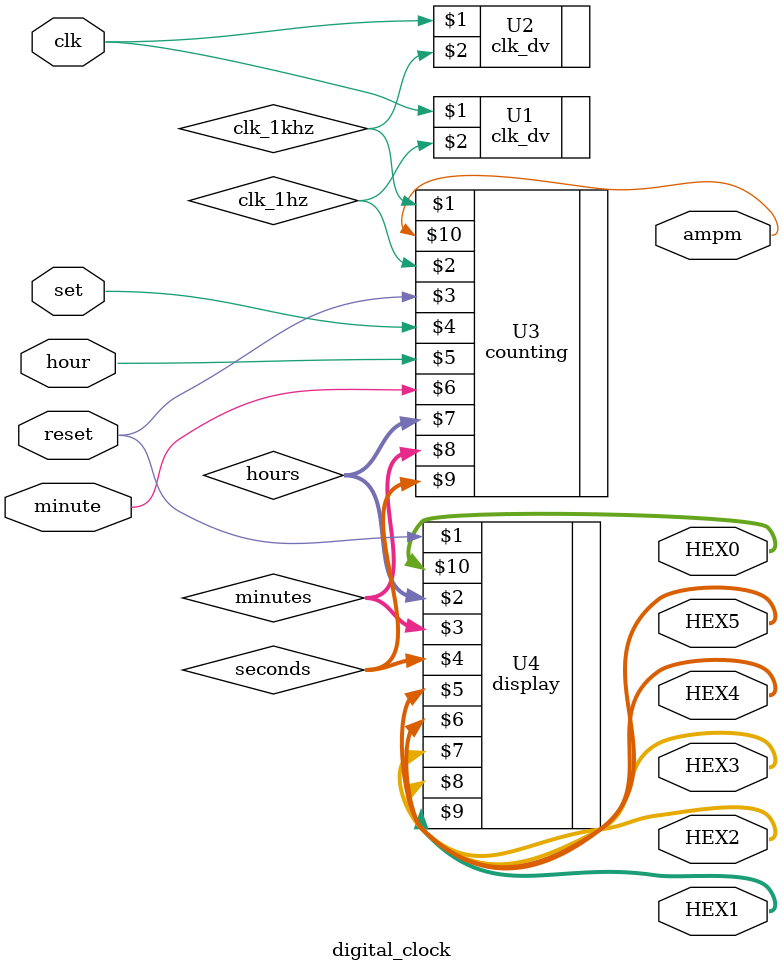
<source format=v>



module digital_clock(
	input clk, reset,
	input set, hour, minute, //[3:0]KEY,
	output [6:0] HEX5, HEX4, HEX3, HEX2, HEX1, HEX0,
	output ampm
);


	wire clk_1khz, clk_1hz;
	wire [3:0] hours;
	wire [5:0] minutes, seconds;

	clk_dv #(25000000) 	U1(clk, clk_1hz);
	clk_dv #(25000)		U2(clk, clk_1khz);
	counting 				U3(clk_1khz, clk_1hz, reset, set, hour, minute, hours, minutes, seconds, ampm);
	
	display 					U4(reset, hours, minutes, seconds, HEX5, HEX4, HEX3, HEX2, HEX1, HEX0);
	
endmodule

</source>
